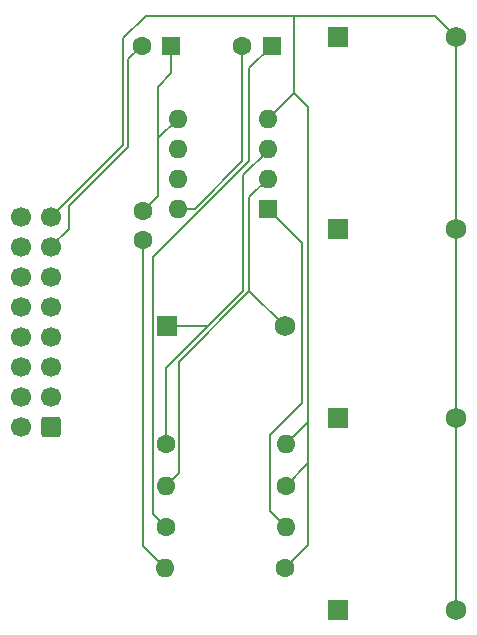
<source format=gbr>
%TF.GenerationSoftware,KiCad,Pcbnew,8.0.0*%
%TF.CreationDate,2024-04-24T16:24:04-05:00*%
%TF.ProjectId,UltrasonicPhasedArrayModule,556c7472-6173-46f6-9e69-635068617365,rev?*%
%TF.SameCoordinates,Original*%
%TF.FileFunction,Copper,L1,Top*%
%TF.FilePolarity,Positive*%
%FSLAX46Y46*%
G04 Gerber Fmt 4.6, Leading zero omitted, Abs format (unit mm)*
G04 Created by KiCad (PCBNEW 8.0.0) date 2024-04-24 16:24:04*
%MOMM*%
%LPD*%
G01*
G04 APERTURE LIST*
G04 Aperture macros list*
%AMRoundRect*
0 Rectangle with rounded corners*
0 $1 Rounding radius*
0 $2 $3 $4 $5 $6 $7 $8 $9 X,Y pos of 4 corners*
0 Add a 4 corners polygon primitive as box body*
4,1,4,$2,$3,$4,$5,$6,$7,$8,$9,$2,$3,0*
0 Add four circle primitives for the rounded corners*
1,1,$1+$1,$2,$3*
1,1,$1+$1,$4,$5*
1,1,$1+$1,$6,$7*
1,1,$1+$1,$8,$9*
0 Add four rect primitives between the rounded corners*
20,1,$1+$1,$2,$3,$4,$5,0*
20,1,$1+$1,$4,$5,$6,$7,0*
20,1,$1+$1,$6,$7,$8,$9,0*
20,1,$1+$1,$8,$9,$2,$3,0*%
G04 Aperture macros list end*
%TA.AperFunction,ComponentPad*%
%ADD10R,1.600000X1.600000*%
%TD*%
%TA.AperFunction,ComponentPad*%
%ADD11C,1.600000*%
%TD*%
%TA.AperFunction,ComponentPad*%
%ADD12O,1.600000X1.600000*%
%TD*%
%TA.AperFunction,ComponentPad*%
%ADD13RoundRect,0.250000X0.600000X0.600000X-0.600000X0.600000X-0.600000X-0.600000X0.600000X-0.600000X0*%
%TD*%
%TA.AperFunction,ComponentPad*%
%ADD14C,1.700000*%
%TD*%
%TA.AperFunction,ComponentPad*%
%ADD15R,1.750000X1.750000*%
%TD*%
%TA.AperFunction,ComponentPad*%
%ADD16C,1.750000*%
%TD*%
%TA.AperFunction,Conductor*%
%ADD17C,0.200000*%
%TD*%
G04 APERTURE END LIST*
D10*
%TO.P,C3,1*%
%TO.N,Net-(C3-Pad1)*%
X153910225Y-51749999D03*
D11*
%TO.P,C3,2*%
%TO.N,Net-(C3-Pad2)*%
X151410225Y-51749999D03*
%TD*%
%TO.P,R1,1*%
%TO.N,Net-(MK1--)*%
X144920000Y-85500000D03*
D12*
%TO.P,R1,2*%
%TO.N,/GND*%
X155080000Y-85500000D03*
%TD*%
D13*
%TO.P,J1,1,Pin_1*%
%TO.N,Net-(J1-Pin_1)*%
X135250000Y-84080000D03*
D14*
%TO.P,J1,2,Pin_2*%
%TO.N,Net-(J1-Pin_2)*%
X132710000Y-84080000D03*
%TO.P,J1,3,Pin_3*%
%TO.N,Net-(J1-Pin_3)*%
X135250000Y-81540000D03*
%TO.P,J1,4,Pin_4*%
%TO.N,Net-(J1-Pin_4)*%
X132710000Y-81540000D03*
%TO.P,J1,5,Pin_5*%
%TO.N,unconnected-(J1-Pin_5-Pad5)*%
X135250000Y-79000000D03*
%TO.P,J1,6,Pin_6*%
%TO.N,unconnected-(J1-Pin_6-Pad6)*%
X132710000Y-79000000D03*
%TO.P,J1,7,Pin_7*%
%TO.N,unconnected-(J1-Pin_7-Pad7)*%
X135250000Y-76460000D03*
%TO.P,J1,8,Pin_8*%
%TO.N,unconnected-(J1-Pin_8-Pad8)*%
X132710000Y-76460000D03*
%TO.P,J1,9,Pin_9*%
%TO.N,unconnected-(J1-Pin_9-Pad9)*%
X135250000Y-73920000D03*
%TO.P,J1,10,Pin_10*%
%TO.N,unconnected-(J1-Pin_10-Pad10)*%
X132710000Y-73920000D03*
%TO.P,J1,11,Pin_11*%
%TO.N,unconnected-(J1-Pin_11-Pad11)*%
X135250000Y-71380000D03*
%TO.P,J1,12,Pin_12*%
%TO.N,unconnected-(J1-Pin_12-Pad12)*%
X132710000Y-71380000D03*
%TO.P,J1,13,Pin_13*%
%TO.N,Net-(J1-Pin_13)*%
X135250000Y-68840000D03*
%TO.P,J1,14,Pin_14*%
%TO.N,unconnected-(J1-Pin_14-Pad14)*%
X132710000Y-68840000D03*
%TO.P,J1,15,Pin_15*%
%TO.N,/GND*%
X135250000Y-66300000D03*
%TO.P,J1,16,Pin_16*%
%TO.N,/Vsys*%
X132710000Y-66300000D03*
%TD*%
D11*
%TO.P,R2,1*%
%TO.N,/GND*%
X155080000Y-89000000D03*
D12*
%TO.P,R2,2*%
%TO.N,Net-(MK1-+)*%
X144920000Y-89000000D03*
%TD*%
D11*
%TO.P,C2,1*%
%TO.N,Net-(C1-Pad1)*%
X143000000Y-65750000D03*
%TO.P,C2,2*%
%TO.N,Net-(C2-Pad2)*%
X143000000Y-68250000D03*
%TD*%
%TO.P,R3,1*%
%TO.N,Net-(C3-Pad1)*%
X144920000Y-92500000D03*
D12*
%TO.P,R3,2*%
%TO.N,Net-(R3-Pad2)*%
X155080000Y-92500000D03*
%TD*%
D11*
%TO.P,R4,1*%
%TO.N,/GND*%
X155000000Y-96000000D03*
D12*
%TO.P,R4,2*%
%TO.N,Net-(C2-Pad2)*%
X144840000Y-96000000D03*
%TD*%
D10*
%TO.P,U1,1,GAIN*%
%TO.N,Net-(R3-Pad2)*%
X153550000Y-65550000D03*
D12*
%TO.P,U1,2,-*%
%TO.N,Net-(MK1-+)*%
X153550000Y-63010000D03*
%TO.P,U1,3,+*%
%TO.N,Net-(MK1--)*%
X153550000Y-60470000D03*
%TO.P,U1,4,GND*%
%TO.N,/GND*%
X153550000Y-57930000D03*
%TO.P,U1,5*%
%TO.N,Net-(C1-Pad1)*%
X145930000Y-57930000D03*
%TO.P,U1,6,V+*%
%TO.N,/Vsys*%
X145930000Y-60470000D03*
%TO.P,U1,7,BYPASS*%
%TO.N,unconnected-(U1-BYPASS-Pad7)*%
X145930000Y-63010000D03*
%TO.P,U1,8,GAIN*%
%TO.N,Net-(C3-Pad2)*%
X145930000Y-65550000D03*
%TD*%
D10*
%TO.P,C1,1*%
%TO.N,Net-(C1-Pad1)*%
X145402651Y-51750000D03*
D11*
%TO.P,C1,2*%
%TO.N,Net-(J1-Pin_13)*%
X142902651Y-51750000D03*
%TD*%
D15*
%TO.P,LS2,1,1*%
%TO.N,Net-(J1-Pin_2)*%
X159500000Y-83250000D03*
D16*
%TO.P,LS2,2,2*%
%TO.N,/GND*%
X169500000Y-83250000D03*
%TD*%
D15*
%TO.P,LS3,1,1*%
%TO.N,Net-(J1-Pin_3)*%
X159500000Y-67250000D03*
D16*
%TO.P,LS3,2,2*%
%TO.N,/GND*%
X169500000Y-67250000D03*
%TD*%
D15*
%TO.P,Receiver 0,1,-*%
%TO.N,Net-(MK1--)*%
X145000000Y-75500000D03*
D16*
%TO.P,Receiver 0,2,+*%
%TO.N,Net-(MK1-+)*%
X155000000Y-75500000D03*
%TD*%
D15*
%TO.P,LS4,1,1*%
%TO.N,Net-(J1-Pin_4)*%
X159500000Y-51000000D03*
D16*
%TO.P,LS4,2,2*%
%TO.N,/GND*%
X169500000Y-51000000D03*
%TD*%
D15*
%TO.P,LS1,1,1*%
%TO.N,Net-(J1-Pin_1)*%
X159500000Y-99500000D03*
D16*
%TO.P,LS1,2,2*%
%TO.N,/GND*%
X169500000Y-99500000D03*
%TD*%
D17*
%TO.N,Net-(J1-Pin_13)*%
X136750000Y-65365686D02*
X141750000Y-60365686D01*
X141750000Y-60365686D02*
X141750000Y-52902651D01*
X135250000Y-68840000D02*
X135250000Y-68750000D01*
X135250000Y-68750000D02*
X136750000Y-67250000D01*
X136750000Y-67250000D02*
X136750000Y-65365686D01*
X141750000Y-52902651D02*
X142902651Y-51750000D01*
%TO.N,/GND*%
X157000000Y-83580000D02*
X157000000Y-56980000D01*
X157000000Y-94000000D02*
X157000000Y-87080000D01*
X169500000Y-67250000D02*
X169500000Y-51000000D01*
X155080000Y-85500000D02*
X156900000Y-83680000D01*
X169500000Y-83250000D02*
X169500000Y-67250000D01*
X155750000Y-55730000D02*
X155750000Y-49250000D01*
X156900000Y-83680000D02*
X157000000Y-83580000D01*
X169500000Y-51000000D02*
X167750000Y-49250000D01*
X169500000Y-99500000D02*
X169500000Y-83250000D01*
X155080000Y-89000000D02*
X157000000Y-87080000D01*
X155750000Y-49250000D02*
X143250000Y-49250000D01*
X155000000Y-96000000D02*
X157000000Y-94000000D01*
X153550000Y-57930000D02*
X155750000Y-55730000D01*
X157000000Y-56980000D02*
X155750000Y-55730000D01*
X143250000Y-49250000D02*
X141350000Y-51150000D01*
X141350000Y-60200000D02*
X135250000Y-66300000D01*
X167750000Y-49250000D02*
X155750000Y-49250000D01*
X157000000Y-87080000D02*
X157000000Y-83580000D01*
X141350000Y-51150000D02*
X141350000Y-60200000D01*
%TO.N,Net-(C2-Pad2)*%
X143000000Y-94160000D02*
X143000000Y-68250000D01*
X144840000Y-96000000D02*
X143000000Y-94160000D01*
%TO.N,Net-(C3-Pad1)*%
X153910225Y-51749999D02*
X152000000Y-53660224D01*
X152000000Y-61500000D02*
X143820000Y-69680000D01*
X152000000Y-53660224D02*
X152000000Y-61500000D01*
X143820000Y-91400000D02*
X144920000Y-92500000D01*
X143820000Y-69680000D02*
X143820000Y-91400000D01*
%TO.N,Net-(MK1-+)*%
X152000000Y-72500000D02*
X152000000Y-64560000D01*
X152000000Y-72500000D02*
X152000000Y-72565686D01*
X146020000Y-78545686D02*
X146020000Y-87900000D01*
X152000000Y-72565686D02*
X146020000Y-78545686D01*
X146020000Y-87900000D02*
X144920000Y-89000000D01*
X155000000Y-75500000D02*
X152000000Y-72500000D01*
X152000000Y-64560000D02*
X153550000Y-63010000D01*
%TO.N,Net-(MK1--)*%
X151500000Y-72500000D02*
X148500000Y-75500000D01*
X151500000Y-62750000D02*
X151500000Y-72500000D01*
X153550000Y-60470000D02*
X153550000Y-60700000D01*
X148500000Y-75500000D02*
X145000000Y-75500000D01*
X144920000Y-79080000D02*
X144920000Y-85500000D01*
X148500000Y-75500000D02*
X144920000Y-79080000D01*
X153550000Y-60700000D02*
X151500000Y-62750000D01*
%TO.N,Net-(R3-Pad2)*%
X156500000Y-82000000D02*
X156500000Y-68500000D01*
X153750000Y-84750000D02*
X156500000Y-82000000D01*
X155080000Y-92500000D02*
X153750000Y-91170000D01*
X156500000Y-68500000D02*
X153550000Y-65550000D01*
X153750000Y-91170000D02*
X153750000Y-84750000D01*
%TO.N,Net-(C1-Pad1)*%
X143180000Y-65570000D02*
X143000000Y-65750000D01*
X144250000Y-64500000D02*
X143000000Y-65750000D01*
X144250000Y-59610000D02*
X144250000Y-64500000D01*
X145402651Y-54097349D02*
X145402651Y-51750000D01*
X144250000Y-59610000D02*
X144250000Y-55250000D01*
X144250000Y-55250000D02*
X145402651Y-54097349D01*
X145930000Y-57930000D02*
X144250000Y-59610000D01*
%TO.N,Net-(C3-Pad2)*%
X151410225Y-51749999D02*
X151410225Y-61524089D01*
X147384314Y-65550000D02*
X145930000Y-65550000D01*
X151410225Y-61524089D02*
X147384314Y-65550000D01*
%TD*%
M02*

</source>
